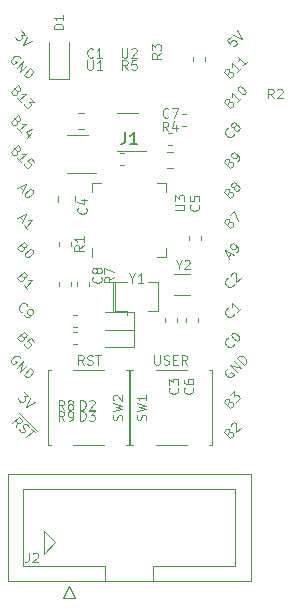
<source format=gbr>
%TF.GenerationSoftware,KiCad,Pcbnew,6.0.2-378541a8eb~116~ubuntu21.10.1*%
%TF.CreationDate,2022-02-16T23:17:44+01:00*%
%TF.ProjectId,GreenFox,47726565-6e46-46f7-982e-6b696361645f,Rev1*%
%TF.SameCoordinates,PX6d01460PY68c4118*%
%TF.FileFunction,Legend,Top*%
%TF.FilePolarity,Positive*%
%FSLAX46Y46*%
G04 Gerber Fmt 4.6, Leading zero omitted, Abs format (unit mm)*
G04 Created by KiCad (PCBNEW 6.0.2-378541a8eb~116~ubuntu21.10.1) date 2022-02-16 23:17:44*
%MOMM*%
%LPD*%
G01*
G04 APERTURE LIST*
%ADD10C,0.120000*%
%ADD11C,0.150000*%
G04 APERTURE END LIST*
D10*
X6318304Y17595896D02*
X6051638Y17976848D01*
X5861161Y17595896D02*
X5861161Y18395896D01*
X6165923Y18395896D01*
X6242114Y18357800D01*
X6280209Y18319705D01*
X6318304Y18243515D01*
X6318304Y18129229D01*
X6280209Y18053039D01*
X6242114Y18014943D01*
X6165923Y17976848D01*
X5861161Y17976848D01*
X6623066Y17633991D02*
X6737352Y17595896D01*
X6927828Y17595896D01*
X7004019Y17633991D01*
X7042114Y17672086D01*
X7080209Y17748277D01*
X7080209Y17824467D01*
X7042114Y17900658D01*
X7004019Y17938753D01*
X6927828Y17976848D01*
X6775447Y18014943D01*
X6699257Y18053039D01*
X6661161Y18091134D01*
X6623066Y18167324D01*
X6623066Y18243515D01*
X6661161Y18319705D01*
X6699257Y18357800D01*
X6775447Y18395896D01*
X6965923Y18395896D01*
X7080209Y18357800D01*
X7308780Y18395896D02*
X7765923Y18395896D01*
X7537352Y17595896D02*
X7537352Y18395896D01*
X12293771Y18395896D02*
X12293771Y17748277D01*
X12331866Y17672086D01*
X12369961Y17633991D01*
X12446152Y17595896D01*
X12598533Y17595896D01*
X12674723Y17633991D01*
X12712819Y17672086D01*
X12750914Y17748277D01*
X12750914Y18395896D01*
X13093771Y17633991D02*
X13208057Y17595896D01*
X13398533Y17595896D01*
X13474723Y17633991D01*
X13512819Y17672086D01*
X13550914Y17748277D01*
X13550914Y17824467D01*
X13512819Y17900658D01*
X13474723Y17938753D01*
X13398533Y17976848D01*
X13246152Y18014943D01*
X13169961Y18053039D01*
X13131866Y18091134D01*
X13093771Y18167324D01*
X13093771Y18243515D01*
X13131866Y18319705D01*
X13169961Y18357800D01*
X13246152Y18395896D01*
X13436628Y18395896D01*
X13550914Y18357800D01*
X13893771Y18014943D02*
X14160438Y18014943D01*
X14274723Y17595896D02*
X13893771Y17595896D01*
X13893771Y18395896D01*
X14274723Y18395896D01*
X15074723Y17595896D02*
X14808057Y17976848D01*
X14617580Y17595896D02*
X14617580Y18395896D01*
X14922342Y18395896D01*
X14998533Y18357800D01*
X15036628Y18319705D01*
X15074723Y18243515D01*
X15074723Y18129229D01*
X15036628Y18053039D01*
X14998533Y18014943D01*
X14922342Y17976848D01*
X14617580Y17976848D01*
X2921000Y1587500D02*
X2921000Y3492500D01*
X3873500Y2540000D02*
X2921000Y1587500D01*
X3873500Y2540000D02*
X2921000Y3492500D01*
X1026316Y45884744D02*
X1376502Y45534558D01*
X972441Y45507620D01*
X1053254Y45426808D01*
X1080191Y45345996D01*
X1080191Y45292121D01*
X1053254Y45211309D01*
X918567Y45076622D01*
X837754Y45049685D01*
X783880Y45049685D01*
X703067Y45076622D01*
X541443Y45238246D01*
X514506Y45319059D01*
X514506Y45372933D01*
X1538127Y45372933D02*
X1161003Y44618686D01*
X1915250Y44995810D01*
X903193Y43540993D02*
X876255Y43621805D01*
X795443Y43702617D01*
X687693Y43756492D01*
X579944Y43756492D01*
X499132Y43729555D01*
X364445Y43648742D01*
X283632Y43567930D01*
X202820Y43433243D01*
X175883Y43352431D01*
X175883Y43244681D01*
X229758Y43136932D01*
X283632Y43083057D01*
X391382Y43029182D01*
X445257Y43029182D01*
X633819Y43217744D01*
X526069Y43325494D01*
X633819Y42732871D02*
X1199504Y43298556D01*
X957067Y42409622D01*
X1522753Y42975307D01*
X1226441Y42140248D02*
X1792127Y42705933D01*
X1926814Y42571246D01*
X1980689Y42463497D01*
X1980689Y42355747D01*
X1953751Y42274935D01*
X1872939Y42140248D01*
X1792127Y42059436D01*
X1657440Y41978624D01*
X1576628Y41951686D01*
X1468878Y41951686D01*
X1361128Y42005561D01*
X1226441Y42140248D01*
X633819Y40785494D02*
X687693Y40677744D01*
X687693Y40623869D01*
X660756Y40543057D01*
X579944Y40462245D01*
X499132Y40435307D01*
X445257Y40435307D01*
X364445Y40462245D01*
X148945Y40677744D01*
X714631Y41243429D01*
X903193Y41054868D01*
X930130Y40974055D01*
X930130Y40920181D01*
X903193Y40839368D01*
X849318Y40785494D01*
X768506Y40758556D01*
X714631Y40758556D01*
X633819Y40785494D01*
X445257Y40974055D01*
X1010942Y39815747D02*
X687693Y40138996D01*
X849318Y39977372D02*
X1415003Y40543057D01*
X1280316Y40516120D01*
X1172567Y40516120D01*
X1091754Y40543057D01*
X1765189Y40192871D02*
X2115376Y39842685D01*
X1711315Y39815747D01*
X1792127Y39734935D01*
X1819064Y39654123D01*
X1819064Y39600248D01*
X1792127Y39519436D01*
X1657440Y39384749D01*
X1576628Y39357811D01*
X1522753Y39357811D01*
X1441941Y39384749D01*
X1280316Y39546373D01*
X1253379Y39627185D01*
X1253379Y39681060D01*
X633819Y38245494D02*
X687693Y38137744D01*
X687693Y38083869D01*
X660756Y38003057D01*
X579944Y37922245D01*
X499132Y37895307D01*
X445257Y37895307D01*
X364445Y37922245D01*
X148945Y38137744D01*
X714631Y38703429D01*
X903193Y38514868D01*
X930130Y38434055D01*
X930130Y38380181D01*
X903193Y38299368D01*
X849318Y38245494D01*
X768506Y38218556D01*
X714631Y38218556D01*
X633819Y38245494D01*
X445257Y38434055D01*
X1010942Y37275747D02*
X687693Y37598996D01*
X849318Y37437372D02*
X1415003Y38003057D01*
X1280316Y37976120D01*
X1172567Y37976120D01*
X1091754Y38003057D01*
X1872939Y37167998D02*
X1495815Y36790874D01*
X1953751Y37518184D02*
X1415003Y37248810D01*
X1765189Y36898624D01*
X633819Y35705494D02*
X687693Y35597744D01*
X687693Y35543869D01*
X660756Y35463057D01*
X579944Y35382245D01*
X499132Y35355307D01*
X445257Y35355307D01*
X364445Y35382245D01*
X148945Y35597744D01*
X714631Y36163429D01*
X903193Y35974868D01*
X930130Y35894055D01*
X930130Y35840181D01*
X903193Y35759368D01*
X849318Y35705494D01*
X768506Y35678556D01*
X714631Y35678556D01*
X633819Y35705494D01*
X445257Y35894055D01*
X1010942Y34735747D02*
X687693Y35058996D01*
X849318Y34897372D02*
X1415003Y35463057D01*
X1280316Y35436120D01*
X1172567Y35436120D01*
X1091754Y35463057D01*
X2088438Y34789622D02*
X1819064Y35058996D01*
X1522753Y34816559D01*
X1576628Y34816559D01*
X1657440Y34789622D01*
X1792127Y34654935D01*
X1819064Y34574123D01*
X1819064Y34520248D01*
X1792127Y34439436D01*
X1657440Y34304749D01*
X1576628Y34277811D01*
X1522753Y34277811D01*
X1441941Y34304749D01*
X1307254Y34439436D01*
X1280316Y34520248D01*
X1280316Y34574123D01*
X903193Y32626746D02*
X1172567Y32357372D01*
X687693Y32518996D02*
X1441941Y32896120D01*
X1064817Y32141872D01*
X1926814Y32411246D02*
X1980689Y32357372D01*
X2007626Y32276559D01*
X2007626Y32222685D01*
X1980689Y32141872D01*
X1899876Y32007185D01*
X1765189Y31872498D01*
X1630502Y31791686D01*
X1549690Y31764749D01*
X1495815Y31764749D01*
X1415003Y31791686D01*
X1361128Y31845561D01*
X1334191Y31926373D01*
X1334191Y31980248D01*
X1361128Y32061060D01*
X1441941Y32195747D01*
X1576628Y32330434D01*
X1711315Y32411246D01*
X1792127Y32438184D01*
X1846002Y32438184D01*
X1926814Y32411246D01*
X903193Y30086746D02*
X1172567Y29817372D01*
X687693Y29978996D02*
X1441941Y30356120D01*
X1064817Y29601872D01*
X1549690Y29116999D02*
X1226441Y29440248D01*
X1388066Y29278624D02*
X1953751Y29844309D01*
X1819064Y29817372D01*
X1711315Y29817372D01*
X1630502Y29844309D01*
X1172567Y27546746D02*
X1226441Y27438996D01*
X1226441Y27385121D01*
X1199504Y27304309D01*
X1118692Y27223497D01*
X1037880Y27196559D01*
X984005Y27196559D01*
X903193Y27223497D01*
X687693Y27438996D01*
X1253379Y28004681D01*
X1441941Y27816120D01*
X1468878Y27735307D01*
X1468878Y27681433D01*
X1441941Y27600620D01*
X1388066Y27546746D01*
X1307254Y27519808D01*
X1253379Y27519808D01*
X1172567Y27546746D01*
X984005Y27735307D01*
X1926814Y27331246D02*
X1980689Y27277372D01*
X2007626Y27196559D01*
X2007626Y27142685D01*
X1980689Y27061872D01*
X1899876Y26927185D01*
X1765189Y26792498D01*
X1630502Y26711686D01*
X1549690Y26684749D01*
X1495815Y26684749D01*
X1415003Y26711686D01*
X1361128Y26765561D01*
X1334191Y26846373D01*
X1334191Y26900248D01*
X1361128Y26981060D01*
X1441941Y27115747D01*
X1576628Y27250434D01*
X1711315Y27331246D01*
X1792127Y27358184D01*
X1846002Y27358184D01*
X1926814Y27331246D01*
X1172567Y25006746D02*
X1226441Y24898996D01*
X1226441Y24845121D01*
X1199504Y24764309D01*
X1118692Y24683497D01*
X1037880Y24656559D01*
X984005Y24656559D01*
X903193Y24683497D01*
X687693Y24898996D01*
X1253379Y25464681D01*
X1441941Y25276120D01*
X1468878Y25195307D01*
X1468878Y25141433D01*
X1441941Y25060620D01*
X1388066Y25006746D01*
X1307254Y24979808D01*
X1253379Y24979808D01*
X1172567Y25006746D01*
X984005Y25195307D01*
X1549690Y24036999D02*
X1226441Y24360248D01*
X1388066Y24198624D02*
X1953751Y24764309D01*
X1819064Y24737372D01*
X1711315Y24737372D01*
X1630502Y24764309D01*
X1064817Y22089622D02*
X1010942Y22089622D01*
X903193Y22143497D01*
X849318Y22197372D01*
X795443Y22305121D01*
X795443Y22412871D01*
X822380Y22493683D01*
X903193Y22628370D01*
X984005Y22709182D01*
X1118692Y22789994D01*
X1199504Y22816932D01*
X1307254Y22816932D01*
X1415003Y22763057D01*
X1468878Y22709182D01*
X1522753Y22601433D01*
X1522753Y22547558D01*
X1280316Y21766373D02*
X1388066Y21658624D01*
X1468878Y21631686D01*
X1522753Y21631686D01*
X1657440Y21658624D01*
X1792127Y21739436D01*
X2007626Y21954935D01*
X2034563Y22035747D01*
X2034563Y22089622D01*
X2007626Y22170434D01*
X1899876Y22278184D01*
X1819064Y22305121D01*
X1765189Y22305121D01*
X1684377Y22278184D01*
X1549690Y22143497D01*
X1522753Y22062685D01*
X1522753Y22008810D01*
X1549690Y21927998D01*
X1657440Y21820248D01*
X1738252Y21793311D01*
X1792127Y21793311D01*
X1872939Y21820248D01*
X1172567Y19926746D02*
X1226441Y19818996D01*
X1226441Y19765121D01*
X1199504Y19684309D01*
X1118692Y19603497D01*
X1037880Y19576559D01*
X984005Y19576559D01*
X903193Y19603497D01*
X687693Y19818996D01*
X1253379Y20384681D01*
X1441941Y20196120D01*
X1468878Y20115307D01*
X1468878Y20061433D01*
X1441941Y19980620D01*
X1388066Y19926746D01*
X1307254Y19899808D01*
X1253379Y19899808D01*
X1172567Y19926746D01*
X984005Y20115307D01*
X2088438Y19549622D02*
X1819064Y19818996D01*
X1522753Y19576559D01*
X1576628Y19576559D01*
X1657440Y19549622D01*
X1792127Y19414935D01*
X1819064Y19334123D01*
X1819064Y19280248D01*
X1792127Y19199436D01*
X1657440Y19064749D01*
X1576628Y19037811D01*
X1522753Y19037811D01*
X1441941Y19064749D01*
X1307254Y19199436D01*
X1280316Y19280248D01*
X1280316Y19334123D01*
X903193Y18140993D02*
X876255Y18221805D01*
X795443Y18302617D01*
X687693Y18356492D01*
X579944Y18356492D01*
X499132Y18329555D01*
X364445Y18248742D01*
X283632Y18167930D01*
X202820Y18033243D01*
X175883Y17952431D01*
X175883Y17844681D01*
X229758Y17736932D01*
X283632Y17683057D01*
X391382Y17629182D01*
X445257Y17629182D01*
X633819Y17817744D01*
X526069Y17925494D01*
X633819Y17332871D02*
X1199504Y17898556D01*
X957067Y17009622D01*
X1522753Y17575307D01*
X1226441Y16740248D02*
X1792127Y17305933D01*
X1926814Y17171246D01*
X1980689Y17063497D01*
X1980689Y16955747D01*
X1953751Y16874935D01*
X1872939Y16740248D01*
X1792127Y16659436D01*
X1657440Y16578624D01*
X1576628Y16551686D01*
X1468878Y16551686D01*
X1361128Y16605561D01*
X1226441Y16740248D01*
X1280316Y15277744D02*
X1630502Y14927558D01*
X1226441Y14900620D01*
X1307254Y14819808D01*
X1334191Y14738996D01*
X1334191Y14685121D01*
X1307254Y14604309D01*
X1172567Y14469622D01*
X1091754Y14442685D01*
X1037880Y14442685D01*
X957067Y14469622D01*
X795443Y14631246D01*
X768506Y14712059D01*
X768506Y14765933D01*
X1792127Y14765933D02*
X1415003Y14011686D01*
X2169250Y14388810D01*
X847432Y13490106D02*
X1413118Y12924420D01*
X579944Y12306746D02*
X660756Y12764681D01*
X256695Y12629994D02*
X822380Y13195680D01*
X1037880Y12980181D01*
X1064817Y12899368D01*
X1064817Y12845494D01*
X1037880Y12764681D01*
X957067Y12683869D01*
X876255Y12656932D01*
X822380Y12656932D01*
X741568Y12683869D01*
X526069Y12899368D01*
X1413118Y12924420D02*
X1951866Y12385672D01*
X822380Y12118184D02*
X876255Y12010434D01*
X1010942Y11875747D01*
X1091754Y11848810D01*
X1145629Y11848810D01*
X1226441Y11875747D01*
X1280316Y11929622D01*
X1307254Y12010434D01*
X1307254Y12064309D01*
X1280316Y12145121D01*
X1199504Y12279808D01*
X1172567Y12360620D01*
X1172567Y12414495D01*
X1199504Y12495307D01*
X1253379Y12549182D01*
X1334191Y12576120D01*
X1388066Y12576120D01*
X1468878Y12549182D01*
X1603565Y12414495D01*
X1657440Y12306746D01*
X1951866Y12385672D02*
X2382864Y11954674D01*
X1846002Y12172059D02*
X2169250Y11848810D01*
X1441941Y11444749D02*
X2007626Y12010434D01*
X18625997Y11848810D02*
X18733746Y11902685D01*
X18787621Y11902685D01*
X18868433Y11875747D01*
X18949245Y11794935D01*
X18976183Y11714123D01*
X18976183Y11660248D01*
X18949245Y11579436D01*
X18733746Y11363937D01*
X18168061Y11929622D01*
X18356623Y12118184D01*
X18437435Y12145121D01*
X18491310Y12145121D01*
X18572122Y12118184D01*
X18625997Y12064309D01*
X18652934Y11983497D01*
X18652934Y11929622D01*
X18625997Y11848810D01*
X18437435Y11660248D01*
X18760684Y12414495D02*
X18760684Y12468370D01*
X18787621Y12549182D01*
X18922308Y12683869D01*
X19003120Y12710807D01*
X19056995Y12710807D01*
X19137807Y12683869D01*
X19191682Y12629994D01*
X19245557Y12522245D01*
X19245557Y11875747D01*
X19595743Y12225933D01*
X18625997Y14388810D02*
X18733746Y14442685D01*
X18787621Y14442685D01*
X18868433Y14415747D01*
X18949245Y14334935D01*
X18976183Y14254123D01*
X18976183Y14200248D01*
X18949245Y14119436D01*
X18733746Y13903937D01*
X18168061Y14469622D01*
X18356623Y14658184D01*
X18437435Y14685121D01*
X18491310Y14685121D01*
X18572122Y14658184D01*
X18625997Y14604309D01*
X18652934Y14523497D01*
X18652934Y14469622D01*
X18625997Y14388810D01*
X18437435Y14200248D01*
X18679871Y14981433D02*
X19030058Y15331619D01*
X19056995Y14927558D01*
X19137807Y15008370D01*
X19218619Y15035307D01*
X19272494Y15035307D01*
X19353306Y15008370D01*
X19487993Y14873683D01*
X19514931Y14792871D01*
X19514931Y14738996D01*
X19487993Y14658184D01*
X19326369Y14496559D01*
X19245557Y14469622D01*
X19191682Y14469622D01*
X18491310Y17278996D02*
X18410497Y17252059D01*
X18329685Y17171246D01*
X18275810Y17063497D01*
X18275810Y16955747D01*
X18302748Y16874935D01*
X18383560Y16740248D01*
X18464372Y16659436D01*
X18599059Y16578624D01*
X18679871Y16551686D01*
X18787621Y16551686D01*
X18895371Y16605561D01*
X18949245Y16659436D01*
X19003120Y16767185D01*
X19003120Y16821060D01*
X18814558Y17009622D01*
X18706809Y16901872D01*
X19299432Y17009622D02*
X18733746Y17575307D01*
X19622680Y17332871D01*
X19056995Y17898556D01*
X19892054Y17602245D02*
X19326369Y18167930D01*
X19461056Y18302617D01*
X19568806Y18356492D01*
X19676555Y18356492D01*
X19757367Y18329555D01*
X19892054Y18248742D01*
X19972867Y18167930D01*
X20053679Y18033243D01*
X20080616Y17952431D01*
X20080616Y17844681D01*
X20026741Y17736932D01*
X19892054Y17602245D01*
X19003120Y19361060D02*
X19003120Y19307185D01*
X18949245Y19199436D01*
X18895371Y19145561D01*
X18787621Y19091686D01*
X18679871Y19091686D01*
X18599059Y19118624D01*
X18464372Y19199436D01*
X18383560Y19280248D01*
X18302748Y19414935D01*
X18275810Y19495747D01*
X18275810Y19603497D01*
X18329685Y19711246D01*
X18383560Y19765121D01*
X18491310Y19818996D01*
X18545184Y19818996D01*
X18841496Y20223057D02*
X18895371Y20276932D01*
X18976183Y20303869D01*
X19030058Y20303869D01*
X19110870Y20276932D01*
X19245557Y20196120D01*
X19380244Y20061433D01*
X19461056Y19926746D01*
X19487993Y19845933D01*
X19487993Y19792059D01*
X19461056Y19711246D01*
X19407181Y19657372D01*
X19326369Y19630434D01*
X19272494Y19630434D01*
X19191682Y19657372D01*
X19056995Y19738184D01*
X18922308Y19872871D01*
X18841496Y20007558D01*
X18814558Y20088370D01*
X18814558Y20142245D01*
X18841496Y20223057D01*
X19003120Y21901060D02*
X19003120Y21847185D01*
X18949245Y21739436D01*
X18895371Y21685561D01*
X18787621Y21631686D01*
X18679871Y21631686D01*
X18599059Y21658624D01*
X18464372Y21739436D01*
X18383560Y21820248D01*
X18302748Y21954935D01*
X18275810Y22035747D01*
X18275810Y22143497D01*
X18329685Y22251246D01*
X18383560Y22305121D01*
X18491310Y22358996D01*
X18545184Y22358996D01*
X19595743Y22385933D02*
X19272494Y22062685D01*
X19434119Y22224309D02*
X18868433Y22789994D01*
X18895371Y22655307D01*
X18895371Y22547558D01*
X18868433Y22466746D01*
X19003120Y24441060D02*
X19003120Y24387185D01*
X18949245Y24279436D01*
X18895371Y24225561D01*
X18787621Y24171686D01*
X18679871Y24171686D01*
X18599059Y24198624D01*
X18464372Y24279436D01*
X18383560Y24360248D01*
X18302748Y24494935D01*
X18275810Y24575747D01*
X18275810Y24683497D01*
X18329685Y24791246D01*
X18383560Y24845121D01*
X18491310Y24898996D01*
X18545184Y24898996D01*
X18760684Y25114495D02*
X18760684Y25168370D01*
X18787621Y25249182D01*
X18922308Y25383869D01*
X19003120Y25410807D01*
X19056995Y25410807D01*
X19137807Y25383869D01*
X19191682Y25329994D01*
X19245557Y25222245D01*
X19245557Y24575747D01*
X19595743Y24925933D01*
X18545184Y26738624D02*
X18814558Y27007998D01*
X18652934Y26523124D02*
X18275810Y27277372D01*
X19030058Y26900248D01*
X19245557Y27115747D02*
X19353306Y27223497D01*
X19380244Y27304309D01*
X19380244Y27358184D01*
X19353306Y27492871D01*
X19272494Y27627558D01*
X19056995Y27843057D01*
X18976183Y27869994D01*
X18922308Y27869994D01*
X18841496Y27843057D01*
X18733746Y27735307D01*
X18706809Y27654495D01*
X18706809Y27600620D01*
X18733746Y27519808D01*
X18868433Y27385121D01*
X18949245Y27358184D01*
X19003120Y27358184D01*
X19083932Y27385121D01*
X19191682Y27492871D01*
X19218619Y27573683D01*
X19218619Y27627558D01*
X19191682Y27708370D01*
X18625997Y29628810D02*
X18733746Y29682685D01*
X18787621Y29682685D01*
X18868433Y29655747D01*
X18949245Y29574935D01*
X18976183Y29494123D01*
X18976183Y29440248D01*
X18949245Y29359436D01*
X18733746Y29143937D01*
X18168061Y29709622D01*
X18356623Y29898184D01*
X18437435Y29925121D01*
X18491310Y29925121D01*
X18572122Y29898184D01*
X18625997Y29844309D01*
X18652934Y29763497D01*
X18652934Y29709622D01*
X18625997Y29628810D01*
X18437435Y29440248D01*
X18679871Y30221433D02*
X19056995Y30598556D01*
X19380244Y29790434D01*
X18625997Y32168810D02*
X18733746Y32222685D01*
X18787621Y32222685D01*
X18868433Y32195747D01*
X18949245Y32114935D01*
X18976183Y32034123D01*
X18976183Y31980248D01*
X18949245Y31899436D01*
X18733746Y31683937D01*
X18168061Y32249622D01*
X18356623Y32438184D01*
X18437435Y32465121D01*
X18491310Y32465121D01*
X18572122Y32438184D01*
X18625997Y32384309D01*
X18652934Y32303497D01*
X18652934Y32249622D01*
X18625997Y32168810D01*
X18437435Y31980248D01*
X19056995Y32653683D02*
X18976183Y32626746D01*
X18922308Y32626746D01*
X18841496Y32653683D01*
X18814558Y32680620D01*
X18787621Y32761433D01*
X18787621Y32815307D01*
X18814558Y32896120D01*
X18922308Y33003869D01*
X19003120Y33030807D01*
X19056995Y33030807D01*
X19137807Y33003869D01*
X19164745Y32976932D01*
X19191682Y32896120D01*
X19191682Y32842245D01*
X19164745Y32761433D01*
X19056995Y32653683D01*
X19030058Y32572871D01*
X19030058Y32518996D01*
X19056995Y32438184D01*
X19164745Y32330434D01*
X19245557Y32303497D01*
X19299432Y32303497D01*
X19380244Y32330434D01*
X19487993Y32438184D01*
X19514931Y32518996D01*
X19514931Y32572871D01*
X19487993Y32653683D01*
X19380244Y32761433D01*
X19299432Y32788370D01*
X19245557Y32788370D01*
X19164745Y32761433D01*
X18625997Y34708810D02*
X18733746Y34762685D01*
X18787621Y34762685D01*
X18868433Y34735747D01*
X18949245Y34654935D01*
X18976183Y34574123D01*
X18976183Y34520248D01*
X18949245Y34439436D01*
X18733746Y34223937D01*
X18168061Y34789622D01*
X18356623Y34978184D01*
X18437435Y35005121D01*
X18491310Y35005121D01*
X18572122Y34978184D01*
X18625997Y34924309D01*
X18652934Y34843497D01*
X18652934Y34789622D01*
X18625997Y34708810D01*
X18437435Y34520248D01*
X19326369Y34816559D02*
X19434119Y34924309D01*
X19461056Y35005121D01*
X19461056Y35058996D01*
X19434119Y35193683D01*
X19353306Y35328370D01*
X19137807Y35543869D01*
X19056995Y35570807D01*
X19003120Y35570807D01*
X18922308Y35543869D01*
X18814558Y35436120D01*
X18787621Y35355307D01*
X18787621Y35301433D01*
X18814558Y35220620D01*
X18949245Y35085933D01*
X19030058Y35058996D01*
X19083932Y35058996D01*
X19164745Y35085933D01*
X19272494Y35193683D01*
X19299432Y35274495D01*
X19299432Y35328370D01*
X19272494Y35409182D01*
X19003120Y37141060D02*
X19003120Y37087185D01*
X18949245Y36979436D01*
X18895371Y36925561D01*
X18787621Y36871686D01*
X18679871Y36871686D01*
X18599059Y36898624D01*
X18464372Y36979436D01*
X18383560Y37060248D01*
X18302748Y37194935D01*
X18275810Y37275747D01*
X18275810Y37383497D01*
X18329685Y37491246D01*
X18383560Y37545121D01*
X18491310Y37598996D01*
X18545184Y37598996D01*
X19056995Y37733683D02*
X18976183Y37706746D01*
X18922308Y37706746D01*
X18841496Y37733683D01*
X18814558Y37760620D01*
X18787621Y37841433D01*
X18787621Y37895307D01*
X18814558Y37976120D01*
X18922308Y38083869D01*
X19003120Y38110807D01*
X19056995Y38110807D01*
X19137807Y38083869D01*
X19164745Y38056932D01*
X19191682Y37976120D01*
X19191682Y37922245D01*
X19164745Y37841433D01*
X19056995Y37733683D01*
X19030058Y37652871D01*
X19030058Y37598996D01*
X19056995Y37518184D01*
X19164745Y37410434D01*
X19245557Y37383497D01*
X19299432Y37383497D01*
X19380244Y37410434D01*
X19487993Y37518184D01*
X19514931Y37598996D01*
X19514931Y37652871D01*
X19487993Y37733683D01*
X19380244Y37841433D01*
X19299432Y37868370D01*
X19245557Y37868370D01*
X19164745Y37841433D01*
X18625997Y39788810D02*
X18733746Y39842685D01*
X18787621Y39842685D01*
X18868433Y39815747D01*
X18949245Y39734935D01*
X18976183Y39654123D01*
X18976183Y39600248D01*
X18949245Y39519436D01*
X18733746Y39303937D01*
X18168061Y39869622D01*
X18356623Y40058184D01*
X18437435Y40085121D01*
X18491310Y40085121D01*
X18572122Y40058184D01*
X18625997Y40004309D01*
X18652934Y39923497D01*
X18652934Y39869622D01*
X18625997Y39788810D01*
X18437435Y39600248D01*
X19595743Y40165933D02*
X19272494Y39842685D01*
X19434119Y40004309D02*
X18868433Y40569994D01*
X18895371Y40435307D01*
X18895371Y40327558D01*
X18868433Y40246746D01*
X19380244Y41081805D02*
X19434119Y41135680D01*
X19514931Y41162617D01*
X19568806Y41162617D01*
X19649618Y41135680D01*
X19784305Y41054868D01*
X19918992Y40920181D01*
X19999804Y40785494D01*
X20026741Y40704681D01*
X20026741Y40650807D01*
X19999804Y40569994D01*
X19945929Y40516120D01*
X19865117Y40489182D01*
X19811242Y40489182D01*
X19730430Y40516120D01*
X19595743Y40596932D01*
X19461056Y40731619D01*
X19380244Y40866306D01*
X19353306Y40947118D01*
X19353306Y41000993D01*
X19380244Y41081805D01*
X18625997Y42328810D02*
X18733746Y42382685D01*
X18787621Y42382685D01*
X18868433Y42355747D01*
X18949245Y42274935D01*
X18976183Y42194123D01*
X18976183Y42140248D01*
X18949245Y42059436D01*
X18733746Y41843937D01*
X18168061Y42409622D01*
X18356623Y42598184D01*
X18437435Y42625121D01*
X18491310Y42625121D01*
X18572122Y42598184D01*
X18625997Y42544309D01*
X18652934Y42463497D01*
X18652934Y42409622D01*
X18625997Y42328810D01*
X18437435Y42140248D01*
X19595743Y42705933D02*
X19272494Y42382685D01*
X19434119Y42544309D02*
X18868433Y43109994D01*
X18895371Y42975307D01*
X18895371Y42867558D01*
X18868433Y42786746D01*
X20134491Y43244681D02*
X19811242Y42921433D01*
X19972867Y43083057D02*
X19407181Y43648742D01*
X19434119Y43514055D01*
X19434119Y43406306D01*
X19407181Y43325494D01*
X18754935Y45345996D02*
X18485561Y45076622D01*
X18727997Y44780311D01*
X18727997Y44834185D01*
X18754935Y44914998D01*
X18889622Y45049685D01*
X18970434Y45076622D01*
X19024309Y45076622D01*
X19105121Y45049685D01*
X19239808Y44914998D01*
X19266745Y44834185D01*
X19266745Y44780311D01*
X19239808Y44699498D01*
X19105121Y44564811D01*
X19024309Y44537874D01*
X18970434Y44537874D01*
X18943497Y45534558D02*
X19697744Y45157434D01*
X19320620Y45911681D01*
D11*
%TO.C,J1*%
X9826666Y37274220D02*
X9826666Y36559934D01*
X9779047Y36417077D01*
X9683809Y36321839D01*
X9540952Y36274220D01*
X9445714Y36274220D01*
X10826666Y36274220D02*
X10255238Y36274220D01*
X10540952Y36274220D02*
X10540952Y37274220D01*
X10445714Y37131362D01*
X10350476Y37036124D01*
X10255238Y36988505D01*
D10*
%TO.C,SW2*%
X9539809Y12903334D02*
X9577904Y13017620D01*
X9577904Y13208096D01*
X9539809Y13284286D01*
X9501714Y13322381D01*
X9425523Y13360477D01*
X9349333Y13360477D01*
X9273142Y13322381D01*
X9235047Y13284286D01*
X9196952Y13208096D01*
X9158857Y13055715D01*
X9120761Y12979524D01*
X9082666Y12941429D01*
X9006476Y12903334D01*
X8930285Y12903334D01*
X8854095Y12941429D01*
X8816000Y12979524D01*
X8777904Y13055715D01*
X8777904Y13246191D01*
X8816000Y13360477D01*
X8777904Y13627143D02*
X9577904Y13817620D01*
X9006476Y13970000D01*
X9577904Y14122381D01*
X8777904Y14312858D01*
X8854095Y14579524D02*
X8816000Y14617620D01*
X8777904Y14693810D01*
X8777904Y14884286D01*
X8816000Y14960477D01*
X8854095Y14998572D01*
X8930285Y15036667D01*
X9006476Y15036667D01*
X9120761Y14998572D01*
X9577904Y14541429D01*
X9577904Y15036667D01*
%TO.C,SW1*%
X11554809Y12903334D02*
X11592904Y13017620D01*
X11592904Y13208096D01*
X11554809Y13284286D01*
X11516714Y13322381D01*
X11440523Y13360477D01*
X11364333Y13360477D01*
X11288142Y13322381D01*
X11250047Y13284286D01*
X11211952Y13208096D01*
X11173857Y13055715D01*
X11135761Y12979524D01*
X11097666Y12941429D01*
X11021476Y12903334D01*
X10945285Y12903334D01*
X10869095Y12941429D01*
X10831000Y12979524D01*
X10792904Y13055715D01*
X10792904Y13246191D01*
X10831000Y13360477D01*
X10792904Y13627143D02*
X11592904Y13817620D01*
X11021476Y13970000D01*
X11592904Y14122381D01*
X10792904Y14312858D01*
X11592904Y15036667D02*
X11592904Y14579524D01*
X11592904Y14808096D02*
X10792904Y14808096D01*
X10907190Y14731905D01*
X10983380Y14655715D01*
X11021476Y14579524D01*
%TO.C,R1*%
X6330904Y27679667D02*
X5949952Y27413000D01*
X6330904Y27222524D02*
X5530904Y27222524D01*
X5530904Y27527286D01*
X5569000Y27603477D01*
X5607095Y27641572D01*
X5683285Y27679667D01*
X5797571Y27679667D01*
X5873761Y27641572D01*
X5911857Y27603477D01*
X5949952Y27527286D01*
X5949952Y27222524D01*
X6330904Y28441572D02*
X6330904Y27984429D01*
X6330904Y28213000D02*
X5530904Y28213000D01*
X5645190Y28136810D01*
X5721380Y28060620D01*
X5759476Y27984429D01*
%TO.C,C8*%
X7778714Y25012667D02*
X7816809Y24974572D01*
X7854904Y24860286D01*
X7854904Y24784096D01*
X7816809Y24669810D01*
X7740619Y24593620D01*
X7664428Y24555524D01*
X7512047Y24517429D01*
X7397761Y24517429D01*
X7245380Y24555524D01*
X7169190Y24593620D01*
X7093000Y24669810D01*
X7054904Y24784096D01*
X7054904Y24860286D01*
X7093000Y24974572D01*
X7131095Y25012667D01*
X7397761Y25469810D02*
X7359666Y25393620D01*
X7321571Y25355524D01*
X7245380Y25317429D01*
X7207285Y25317429D01*
X7131095Y25355524D01*
X7093000Y25393620D01*
X7054904Y25469810D01*
X7054904Y25622191D01*
X7093000Y25698381D01*
X7131095Y25736477D01*
X7207285Y25774572D01*
X7245380Y25774572D01*
X7321571Y25736477D01*
X7359666Y25698381D01*
X7397761Y25622191D01*
X7397761Y25469810D01*
X7435857Y25393620D01*
X7473952Y25355524D01*
X7550142Y25317429D01*
X7702523Y25317429D01*
X7778714Y25355524D01*
X7816809Y25393620D01*
X7854904Y25469810D01*
X7854904Y25622191D01*
X7816809Y25698381D01*
X7778714Y25736477D01*
X7702523Y25774572D01*
X7550142Y25774572D01*
X7473952Y25736477D01*
X7435857Y25698381D01*
X7397761Y25622191D01*
%TO.C,Y2*%
X14351047Y26054048D02*
X14351047Y25673096D01*
X14084380Y26473096D02*
X14351047Y26054048D01*
X14617714Y26473096D01*
X14846285Y26396905D02*
X14884380Y26435000D01*
X14960571Y26473096D01*
X15151047Y26473096D01*
X15227238Y26435000D01*
X15265333Y26396905D01*
X15303428Y26320715D01*
X15303428Y26244524D01*
X15265333Y26130239D01*
X14808190Y25673096D01*
X15303428Y25673096D01*
%TO.C,Y1*%
X10414047Y24911048D02*
X10414047Y24530096D01*
X10147380Y25330096D02*
X10414047Y24911048D01*
X10680714Y25330096D01*
X11366428Y24530096D02*
X10909285Y24530096D01*
X11137857Y24530096D02*
X11137857Y25330096D01*
X11061666Y25215810D01*
X10985476Y25139620D01*
X10909285Y25101524D01*
%TO.C,U3*%
X14039904Y30657877D02*
X14687523Y30657877D01*
X14763714Y30695972D01*
X14801809Y30734067D01*
X14839904Y30810258D01*
X14839904Y30962639D01*
X14801809Y31038829D01*
X14763714Y31076924D01*
X14687523Y31115020D01*
X14039904Y31115020D01*
X14039904Y31419781D02*
X14039904Y31915020D01*
X14344666Y31648353D01*
X14344666Y31762639D01*
X14382761Y31838829D01*
X14420857Y31876924D01*
X14497047Y31915020D01*
X14687523Y31915020D01*
X14763714Y31876924D01*
X14801809Y31838829D01*
X14839904Y31762639D01*
X14839904Y31534067D01*
X14801809Y31457877D01*
X14763714Y31419781D01*
%TO.C,U2*%
X9550476Y44380096D02*
X9550476Y43732477D01*
X9588571Y43656286D01*
X9626666Y43618191D01*
X9702857Y43580096D01*
X9855238Y43580096D01*
X9931428Y43618191D01*
X9969523Y43656286D01*
X10007619Y43732477D01*
X10007619Y44380096D01*
X10350476Y44303905D02*
X10388571Y44342000D01*
X10464761Y44380096D01*
X10655238Y44380096D01*
X10731428Y44342000D01*
X10769523Y44303905D01*
X10807619Y44227715D01*
X10807619Y44151524D01*
X10769523Y44037239D01*
X10312380Y43580096D01*
X10807619Y43580096D01*
%TO.C,U1*%
X6629476Y43364096D02*
X6629476Y42716477D01*
X6667571Y42640286D01*
X6705666Y42602191D01*
X6781857Y42564096D01*
X6934238Y42564096D01*
X7010428Y42602191D01*
X7048523Y42640286D01*
X7086619Y42716477D01*
X7086619Y43364096D01*
X7886619Y42564096D02*
X7429476Y42564096D01*
X7658047Y42564096D02*
X7658047Y43364096D01*
X7581857Y43249810D01*
X7505666Y43173620D01*
X7429476Y43135524D01*
%TO.C,R9*%
X4643166Y12846096D02*
X4376500Y13227048D01*
X4186023Y12846096D02*
X4186023Y13646096D01*
X4490785Y13646096D01*
X4566976Y13608000D01*
X4605071Y13569905D01*
X4643166Y13493715D01*
X4643166Y13379429D01*
X4605071Y13303239D01*
X4566976Y13265143D01*
X4490785Y13227048D01*
X4186023Y13227048D01*
X5024119Y12846096D02*
X5176500Y12846096D01*
X5252690Y12884191D01*
X5290785Y12922286D01*
X5366976Y13036572D01*
X5405071Y13188953D01*
X5405071Y13493715D01*
X5366976Y13569905D01*
X5328880Y13608000D01*
X5252690Y13646096D01*
X5100309Y13646096D01*
X5024119Y13608000D01*
X4986023Y13569905D01*
X4947928Y13493715D01*
X4947928Y13303239D01*
X4986023Y13227048D01*
X5024119Y13188953D01*
X5100309Y13150858D01*
X5252690Y13150858D01*
X5328880Y13188953D01*
X5366976Y13227048D01*
X5405071Y13303239D01*
%TO.C,R8*%
X4643166Y13790096D02*
X4376500Y14171048D01*
X4186023Y13790096D02*
X4186023Y14590096D01*
X4490785Y14590096D01*
X4566976Y14552000D01*
X4605071Y14513905D01*
X4643166Y14437715D01*
X4643166Y14323429D01*
X4605071Y14247239D01*
X4566976Y14209143D01*
X4490785Y14171048D01*
X4186023Y14171048D01*
X5100309Y14247239D02*
X5024119Y14285334D01*
X4986023Y14323429D01*
X4947928Y14399620D01*
X4947928Y14437715D01*
X4986023Y14513905D01*
X5024119Y14552000D01*
X5100309Y14590096D01*
X5252690Y14590096D01*
X5328880Y14552000D01*
X5366976Y14513905D01*
X5405071Y14437715D01*
X5405071Y14399620D01*
X5366976Y14323429D01*
X5328880Y14285334D01*
X5252690Y14247239D01*
X5100309Y14247239D01*
X5024119Y14209143D01*
X4986023Y14171048D01*
X4947928Y14094858D01*
X4947928Y13942477D01*
X4986023Y13866286D01*
X5024119Y13828191D01*
X5100309Y13790096D01*
X5252690Y13790096D01*
X5328880Y13828191D01*
X5366976Y13866286D01*
X5405071Y13942477D01*
X5405071Y14094858D01*
X5366976Y14171048D01*
X5328880Y14209143D01*
X5252690Y14247239D01*
%TO.C,R7*%
X8870904Y25012667D02*
X8489952Y24746000D01*
X8870904Y24555524D02*
X8070904Y24555524D01*
X8070904Y24860286D01*
X8109000Y24936477D01*
X8147095Y24974572D01*
X8223285Y25012667D01*
X8337571Y25012667D01*
X8413761Y24974572D01*
X8451857Y24936477D01*
X8489952Y24860286D01*
X8489952Y24555524D01*
X8070904Y25279334D02*
X8070904Y25812667D01*
X8870904Y25469810D01*
%TO.C,R5*%
X10026666Y42564096D02*
X9760000Y42945048D01*
X9569523Y42564096D02*
X9569523Y43364096D01*
X9874285Y43364096D01*
X9950476Y43326000D01*
X9988571Y43287905D01*
X10026666Y43211715D01*
X10026666Y43097429D01*
X9988571Y43021239D01*
X9950476Y42983143D01*
X9874285Y42945048D01*
X9569523Y42945048D01*
X10750476Y43364096D02*
X10369523Y43364096D01*
X10331428Y42983143D01*
X10369523Y43021239D01*
X10445714Y43059334D01*
X10636190Y43059334D01*
X10712380Y43021239D01*
X10750476Y42983143D01*
X10788571Y42906953D01*
X10788571Y42716477D01*
X10750476Y42640286D01*
X10712380Y42602191D01*
X10636190Y42564096D01*
X10445714Y42564096D01*
X10369523Y42602191D01*
X10331428Y42640286D01*
%TO.C,R4*%
X13455666Y37357096D02*
X13189000Y37738048D01*
X12998523Y37357096D02*
X12998523Y38157096D01*
X13303285Y38157096D01*
X13379476Y38119000D01*
X13417571Y38080905D01*
X13455666Y38004715D01*
X13455666Y37890429D01*
X13417571Y37814239D01*
X13379476Y37776143D01*
X13303285Y37738048D01*
X12998523Y37738048D01*
X14141380Y37890429D02*
X14141380Y37357096D01*
X13950904Y38195191D02*
X13760428Y37623762D01*
X14255666Y37623762D01*
%TO.C,R3*%
X12855904Y43956667D02*
X12474952Y43690000D01*
X12855904Y43499524D02*
X12055904Y43499524D01*
X12055904Y43804286D01*
X12094000Y43880477D01*
X12132095Y43918572D01*
X12208285Y43956667D01*
X12322571Y43956667D01*
X12398761Y43918572D01*
X12436857Y43880477D01*
X12474952Y43804286D01*
X12474952Y43499524D01*
X12055904Y44223334D02*
X12055904Y44718572D01*
X12360666Y44451905D01*
X12360666Y44566191D01*
X12398761Y44642381D01*
X12436857Y44680477D01*
X12513047Y44718572D01*
X12703523Y44718572D01*
X12779714Y44680477D01*
X12817809Y44642381D01*
X12855904Y44566191D01*
X12855904Y44337620D01*
X12817809Y44261429D01*
X12779714Y44223334D01*
%TO.C,R2*%
X22391666Y40143096D02*
X22125000Y40524048D01*
X21934523Y40143096D02*
X21934523Y40943096D01*
X22239285Y40943096D01*
X22315476Y40905000D01*
X22353571Y40866905D01*
X22391666Y40790715D01*
X22391666Y40676429D01*
X22353571Y40600239D01*
X22315476Y40562143D01*
X22239285Y40524048D01*
X21934523Y40524048D01*
X22696428Y40866905D02*
X22734523Y40905000D01*
X22810714Y40943096D01*
X23001190Y40943096D01*
X23077380Y40905000D01*
X23115476Y40866905D01*
X23153571Y40790715D01*
X23153571Y40714524D01*
X23115476Y40600239D01*
X22658333Y40143096D01*
X23153571Y40143096D01*
%TO.C,J2*%
X1638333Y1644596D02*
X1638333Y1073167D01*
X1600238Y958881D01*
X1524047Y882691D01*
X1409761Y844596D01*
X1333571Y844596D01*
X1981190Y1568405D02*
X2019285Y1606500D01*
X2095476Y1644596D01*
X2285952Y1644596D01*
X2362142Y1606500D01*
X2400238Y1568405D01*
X2438333Y1492215D01*
X2438333Y1416024D01*
X2400238Y1301739D01*
X1943095Y844596D01*
X2438333Y844596D01*
%TO.C,D3*%
X6013523Y12846096D02*
X6013523Y13646096D01*
X6204000Y13646096D01*
X6318285Y13608000D01*
X6394476Y13531810D01*
X6432571Y13455620D01*
X6470666Y13303239D01*
X6470666Y13188953D01*
X6432571Y13036572D01*
X6394476Y12960381D01*
X6318285Y12884191D01*
X6204000Y12846096D01*
X6013523Y12846096D01*
X6737333Y13646096D02*
X7232571Y13646096D01*
X6965904Y13341334D01*
X7080190Y13341334D01*
X7156380Y13303239D01*
X7194476Y13265143D01*
X7232571Y13188953D01*
X7232571Y12998477D01*
X7194476Y12922286D01*
X7156380Y12884191D01*
X7080190Y12846096D01*
X6851619Y12846096D01*
X6775428Y12884191D01*
X6737333Y12922286D01*
%TO.C,D2*%
X6014023Y13790096D02*
X6014023Y14590096D01*
X6204500Y14590096D01*
X6318785Y14552000D01*
X6394976Y14475810D01*
X6433071Y14399620D01*
X6471166Y14247239D01*
X6471166Y14132953D01*
X6433071Y13980572D01*
X6394976Y13904381D01*
X6318785Y13828191D01*
X6204500Y13790096D01*
X6014023Y13790096D01*
X6775928Y14513905D02*
X6814023Y14552000D01*
X6890214Y14590096D01*
X7080690Y14590096D01*
X7156880Y14552000D01*
X7194976Y14513905D01*
X7233071Y14437715D01*
X7233071Y14361524D01*
X7194976Y14247239D01*
X6737833Y13790096D01*
X7233071Y13790096D01*
%TO.C,D1*%
X4561904Y45985524D02*
X3761904Y45985524D01*
X3761904Y46176000D01*
X3800000Y46290286D01*
X3876190Y46366477D01*
X3952380Y46404572D01*
X4104761Y46442667D01*
X4219047Y46442667D01*
X4371428Y46404572D01*
X4447619Y46366477D01*
X4523809Y46290286D01*
X4561904Y46176000D01*
X4561904Y45985524D01*
X4561904Y47204572D02*
X4561904Y46747429D01*
X4561904Y46976000D02*
X3761904Y46976000D01*
X3876190Y46899810D01*
X3952380Y46823620D01*
X3990476Y46747429D01*
%TO.C,C7*%
X13481066Y38576286D02*
X13442971Y38538191D01*
X13328685Y38500096D01*
X13252495Y38500096D01*
X13138209Y38538191D01*
X13062019Y38614381D01*
X13023923Y38690572D01*
X12985828Y38842953D01*
X12985828Y38957239D01*
X13023923Y39109620D01*
X13062019Y39185810D01*
X13138209Y39262000D01*
X13252495Y39300096D01*
X13328685Y39300096D01*
X13442971Y39262000D01*
X13481066Y39223905D01*
X13747733Y39300096D02*
X14281066Y39300096D01*
X13938209Y38500096D01*
%TO.C,C6*%
X15525714Y15614667D02*
X15563809Y15576572D01*
X15601904Y15462286D01*
X15601904Y15386096D01*
X15563809Y15271810D01*
X15487619Y15195620D01*
X15411428Y15157524D01*
X15259047Y15119429D01*
X15144761Y15119429D01*
X14992380Y15157524D01*
X14916190Y15195620D01*
X14840000Y15271810D01*
X14801904Y15386096D01*
X14801904Y15462286D01*
X14840000Y15576572D01*
X14878095Y15614667D01*
X14801904Y16300381D02*
X14801904Y16148000D01*
X14840000Y16071810D01*
X14878095Y16033715D01*
X14992380Y15957524D01*
X15144761Y15919429D01*
X15449523Y15919429D01*
X15525714Y15957524D01*
X15563809Y15995620D01*
X15601904Y16071810D01*
X15601904Y16224191D01*
X15563809Y16300381D01*
X15525714Y16338477D01*
X15449523Y16376572D01*
X15259047Y16376572D01*
X15182857Y16338477D01*
X15144761Y16300381D01*
X15106666Y16224191D01*
X15106666Y16071810D01*
X15144761Y15995620D01*
X15182857Y15957524D01*
X15259047Y15919429D01*
%TO.C,C5*%
X16033714Y31108667D02*
X16071809Y31070572D01*
X16109904Y30956286D01*
X16109904Y30880096D01*
X16071809Y30765810D01*
X15995619Y30689620D01*
X15919428Y30651524D01*
X15767047Y30613429D01*
X15652761Y30613429D01*
X15500380Y30651524D01*
X15424190Y30689620D01*
X15348000Y30765810D01*
X15309904Y30880096D01*
X15309904Y30956286D01*
X15348000Y31070572D01*
X15386095Y31108667D01*
X15309904Y31832477D02*
X15309904Y31451524D01*
X15690857Y31413429D01*
X15652761Y31451524D01*
X15614666Y31527715D01*
X15614666Y31718191D01*
X15652761Y31794381D01*
X15690857Y31832477D01*
X15767047Y31870572D01*
X15957523Y31870572D01*
X16033714Y31832477D01*
X16071809Y31794381D01*
X16109904Y31718191D01*
X16109904Y31527715D01*
X16071809Y31451524D01*
X16033714Y31413429D01*
%TO.C,C4*%
X6508714Y30854667D02*
X6546809Y30816572D01*
X6584904Y30702286D01*
X6584904Y30626096D01*
X6546809Y30511810D01*
X6470619Y30435620D01*
X6394428Y30397524D01*
X6242047Y30359429D01*
X6127761Y30359429D01*
X5975380Y30397524D01*
X5899190Y30435620D01*
X5823000Y30511810D01*
X5784904Y30626096D01*
X5784904Y30702286D01*
X5823000Y30816572D01*
X5861095Y30854667D01*
X6051571Y31540381D02*
X6584904Y31540381D01*
X5746809Y31349905D02*
X6318238Y31159429D01*
X6318238Y31654667D01*
%TO.C,C3*%
X14255714Y15614667D02*
X14293809Y15576572D01*
X14331904Y15462286D01*
X14331904Y15386096D01*
X14293809Y15271810D01*
X14217619Y15195620D01*
X14141428Y15157524D01*
X13989047Y15119429D01*
X13874761Y15119429D01*
X13722380Y15157524D01*
X13646190Y15195620D01*
X13570000Y15271810D01*
X13531904Y15386096D01*
X13531904Y15462286D01*
X13570000Y15576572D01*
X13608095Y15614667D01*
X13531904Y15881334D02*
X13531904Y16376572D01*
X13836666Y16109905D01*
X13836666Y16224191D01*
X13874761Y16300381D01*
X13912857Y16338477D01*
X13989047Y16376572D01*
X14179523Y16376572D01*
X14255714Y16338477D01*
X14293809Y16300381D01*
X14331904Y16224191D01*
X14331904Y15995620D01*
X14293809Y15919429D01*
X14255714Y15881334D01*
%TO.C,C1*%
X7105666Y43656286D02*
X7067571Y43618191D01*
X6953285Y43580096D01*
X6877095Y43580096D01*
X6762809Y43618191D01*
X6686619Y43694381D01*
X6648523Y43770572D01*
X6610428Y43922953D01*
X6610428Y44037239D01*
X6648523Y44189620D01*
X6686619Y44265810D01*
X6762809Y44342000D01*
X6877095Y44380096D01*
X6953285Y44380096D01*
X7067571Y44342000D01*
X7105666Y44303905D01*
X7867571Y43580096D02*
X7410428Y43580096D01*
X7639000Y43580096D02*
X7639000Y44380096D01*
X7562809Y44265810D01*
X7486619Y44189620D01*
X7410428Y44151524D01*
%TO.C,SW2*%
X12416000Y17120000D02*
X15016000Y17120000D01*
X17166000Y10820000D02*
X16916000Y10820000D01*
X17166000Y17120000D02*
X17166000Y10820000D01*
X16916000Y17120000D02*
X17166000Y17120000D01*
X15016000Y10820000D02*
X12416000Y10820000D01*
X10266000Y17120000D02*
X10516000Y17120000D01*
X10266000Y10820000D02*
X10266000Y17120000D01*
X10516000Y10820000D02*
X10266000Y10820000D01*
%TO.C,SW1*%
X8031000Y10820000D02*
X5431000Y10820000D01*
X3281000Y17120000D02*
X3531000Y17120000D01*
X3281000Y10820000D02*
X3281000Y17120000D01*
X3531000Y10820000D02*
X3281000Y10820000D01*
X5431000Y17120000D02*
X8031000Y17120000D01*
X10181000Y10820000D02*
X9931000Y10820000D01*
X10181000Y17120000D02*
X10181000Y10820000D01*
X9931000Y17120000D02*
X10181000Y17120000D01*
%TO.C,R1*%
X5209000Y27641733D02*
X5209000Y27984267D01*
X4189000Y27641733D02*
X4189000Y27984267D01*
%TO.C,C8*%
X4189000Y24555267D02*
X4189000Y24212733D01*
X5209000Y24555267D02*
X5209000Y24212733D01*
%TO.C,Y2*%
X15280000Y23509000D02*
X13930000Y23509000D01*
X15280000Y25259000D02*
X13930000Y25259000D01*
%TO.C,Y1*%
X8795000Y22568000D02*
X8795000Y22168000D01*
X8995000Y22568000D02*
X8995000Y22168000D01*
X12595000Y22568000D02*
X12595000Y22168000D01*
X8795000Y24568000D02*
X8795000Y22568000D01*
X9995000Y22168000D02*
X9995000Y21768000D01*
X9995000Y22168000D02*
X8995000Y22168000D01*
X8995000Y22568000D02*
X8995000Y24568000D01*
X8995000Y24568000D02*
X9995000Y24568000D01*
X11795000Y24568000D02*
X12595000Y24568000D01*
X12595000Y24568000D02*
X12595000Y22568000D01*
X12595000Y22168000D02*
X11795000Y22168000D01*
%TO.C,U3*%
X7050000Y27460000D02*
X7050000Y26735000D01*
X13270000Y32955000D02*
X12545000Y32955000D01*
X13270000Y32230000D02*
X13270000Y32955000D01*
X13270000Y26735000D02*
X12545000Y26735000D01*
X13270000Y27460000D02*
X13270000Y26735000D01*
X7050000Y32955000D02*
X7775000Y32955000D01*
X7050000Y32230000D02*
X7050000Y32955000D01*
%TO.C,U2*%
X10933000Y38884500D02*
X9133000Y38884500D01*
X9133000Y35664500D02*
X11583000Y35664500D01*
%TO.C,U1*%
X6678500Y37043000D02*
X4878500Y37043000D01*
X4878500Y33823000D02*
X7328500Y33823000D01*
%TO.C,R9*%
X5709767Y20322000D02*
X5367233Y20322000D01*
X5709767Y19302000D02*
X5367233Y19302000D01*
%TO.C,R8*%
X5709767Y21807000D02*
X5367233Y21807000D01*
X5709767Y20787000D02*
X5367233Y20787000D01*
%TO.C,R7*%
X6733000Y24212733D02*
X6733000Y24555267D01*
X5713000Y24212733D02*
X5713000Y24555267D01*
%TO.C,R5*%
X9696267Y35498500D02*
X9353733Y35498500D01*
X9696267Y34478500D02*
X9353733Y34478500D01*
%TO.C,R4*%
X13760267Y37213000D02*
X13417733Y37213000D01*
X13760267Y36193000D02*
X13417733Y36193000D01*
%TO.C,R3*%
X16560000Y43626267D02*
X16560000Y43283733D01*
X15540000Y43626267D02*
X15540000Y43283733D01*
%TO.C,R2*%
X14653733Y38815000D02*
X14996267Y38815000D01*
X14653733Y37795000D02*
X14996267Y37795000D01*
%TO.C,J2*%
X5580000Y-2140000D02*
X5080000Y-1140000D01*
X4580000Y-2140000D02*
X5580000Y-2140000D01*
X5080000Y-1140000D02*
X4580000Y-2140000D01*
X12210000Y560000D02*
X12210000Y-750000D01*
X12210000Y560000D02*
X12210000Y560000D01*
X19150000Y560000D02*
X12210000Y560000D01*
X19150000Y7060000D02*
X19150000Y560000D01*
X1170000Y7060000D02*
X19150000Y7060000D01*
X1170000Y560000D02*
X1170000Y7060000D01*
X8110000Y560000D02*
X1170000Y560000D01*
X8110000Y-750000D02*
X8110000Y560000D01*
X20450000Y-750000D02*
X-130000Y-750000D01*
X20450000Y8370000D02*
X20450000Y-750000D01*
X-130000Y8370000D02*
X20450000Y8370000D01*
X-130000Y-750000D02*
X-130000Y8370000D01*
%TO.C,D3*%
X10550500Y20547000D02*
X8090500Y20547000D01*
X10550500Y19077000D02*
X10550500Y20547000D01*
X8090500Y19077000D02*
X10550500Y19077000D01*
%TO.C,D2*%
X10550500Y22032000D02*
X8090500Y22032000D01*
X10550500Y20562000D02*
X10550500Y22032000D01*
X8090500Y20562000D02*
X10550500Y20562000D01*
%TO.C,D1*%
X3350000Y41755000D02*
X5050000Y41755000D01*
X5050000Y41755000D02*
X5050000Y44905000D01*
X3350000Y41755000D02*
X3350000Y44905000D01*
%TO.C,C7*%
X13391248Y34215000D02*
X13913752Y34215000D01*
X13391248Y35635000D02*
X13913752Y35635000D01*
%TO.C,C6*%
X14984000Y21507267D02*
X14984000Y21164733D01*
X16004000Y21507267D02*
X16004000Y21164733D01*
%TO.C,C5*%
X15238000Y28492267D02*
X15238000Y28149733D01*
X16258000Y28492267D02*
X16258000Y28149733D01*
%TO.C,C4*%
X4116000Y31884252D02*
X4116000Y31361748D01*
X5536000Y31884252D02*
X5536000Y31361748D01*
%TO.C,C3*%
X13206000Y21507267D02*
X13206000Y21164733D01*
X14226000Y21507267D02*
X14226000Y21164733D01*
%TO.C,C1*%
X5834748Y38937000D02*
X6357252Y38937000D01*
X5834748Y37517000D02*
X6357252Y37517000D01*
%TD*%
M02*

</source>
